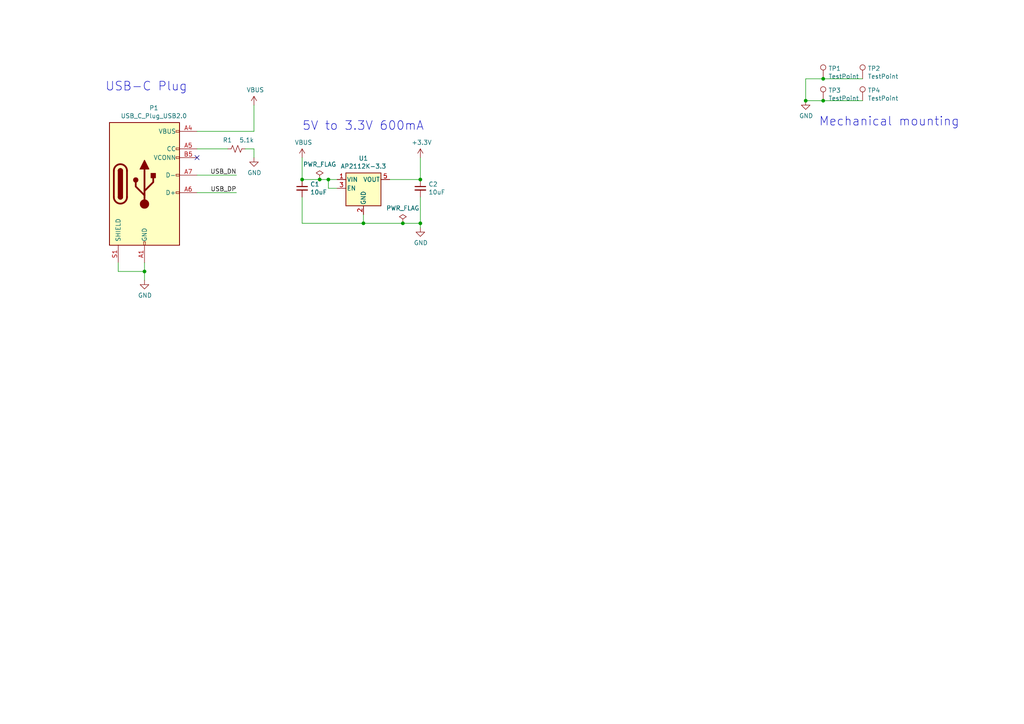
<source format=kicad_sch>
(kicad_sch (version 20211123) (generator eeschema)
  (paper "A4")
  (title_block (title "Expansion Card Template") (date "2020-12-12") (rev "X1") (company "Framework") (comment 1 "This work is licensed under a Creative Commons Attribution 4.0 International License") (comment 4 "https://frame.work"))
  (lib_symbols
    (symbol "Connector:TestPoint" (pin_numbers hide) (pin_names (offset 0.762) hide)
      (property "Reference" "TP" (at 0 6.858 0))
      (property "Value" "TestPoint" (at 0 5.08 0))
      (symbol "TestPoint_0_1"
        (circle (center 0 3.302) (radius 0.762))
      )
      (symbol "TestPoint_1_1"
        (pin passive line (at 0 0 90) (length 2.54) (name "1") (number "1"))
      )
    )
    (symbol "Connector:USB_C_Plug_USB2.0" (pin_names (offset 1.016))
      (property "Reference" "P" (at -10.16 19.05 0))
      (property "Value" "USB_C_Plug_USB2.0" (at 12.7 19.05 0))
      (symbol "USB_C_Plug_USB2.0_0_0"
        (rectangle (start -0.254 -17.78) (end 0.254 -16.764))
        (rectangle (start 10.16 -2.286) (end 9.144 -2.794))
        (rectangle (start 10.16 2.794) (end 9.144 2.286))
        (rectangle (start 10.16 7.874) (end 9.144 7.366))
        (rectangle (start 10.16 10.414) (end 9.144 9.906))
        (rectangle (start 10.16 15.494) (end 9.144 14.986))
      )
      (symbol "USB_C_Plug_USB2.0_0_1"
        (rectangle (start -10.16 17.78) (end 10.16 -17.78) (stroke (width 0.254)) (fill (type background)))
        (arc (start -8.89 -3.81) (mid -6.985 -5.715) (end -5.08 -3.81) (stroke (width 0.508)))
        (arc (start -7.62 -3.81) (mid -6.985 -4.445) (end -6.35 -3.81) (stroke (width 0.254)))
        (arc (start -7.62 -3.81) (mid -6.985 -4.445) (end -6.35 -3.81) (stroke (width 0.254)) (fill (type outline)))
        (rectangle (start -7.62 -3.81) (end -6.35 3.81) (stroke (width 0.254)) (fill (type outline)))
        (arc (start -6.35 3.81) (mid -6.985 4.445) (end -7.62 3.81) (stroke (width 0.254)))
        (arc (start -6.35 3.81) (mid -6.985 4.445) (end -7.62 3.81) (stroke (width 0.254)) (fill (type outline)))
        (arc (start -5.08 3.81) (mid -6.985 5.715) (end -8.89 3.81) (stroke (width 0.508)))
        (circle (center -2.54 1.143) (radius 0.635) (stroke (width 0.254)) (fill (type outline)))
        (circle (center 0 -5.842) (radius 1.27) (fill (type outline)))
        (polyline (pts (xy -8.89 -3.81) (xy -8.89 3.81)) (stroke (width 0.508)))
        (polyline (pts (xy -5.08 3.81) (xy -5.08 -3.81)) (stroke (width 0.508)))
        (polyline (pts (xy 0 -5.842) (xy 0 4.318)) (stroke (width 0.508)))
        (polyline (pts (xy 0 -3.302) (xy -2.54 -0.762) (xy -2.54 0.508)) (stroke (width 0.508)))
        (polyline (pts (xy 0 -2.032) (xy 2.54 0.508) (xy 2.54 1.778)) (stroke (width 0.508)))
        (polyline (pts (xy -1.27 4.318) (xy 0 6.858) (xy 1.27 4.318) (xy -1.27 4.318)) (stroke (width 0.254)) (fill (type outline)))
        (rectangle (start 1.905 1.778) (end 3.175 3.048) (stroke (width 0.254)) (fill (type outline)))
      )
      (symbol "USB_C_Plug_USB2.0_1_1"
        (pin passive line (at 0 -22.86 90) (length 5.08) (name "GND") (number "A1"))
        (pin passive line (at 0 -22.86 90) (length 5.08) hide (name "GND") (number "A12"))
        (pin passive line (at 15.24 15.24 180) (length 5.08) (name "VBUS") (number "A4"))
        (pin bidirectional line (at 15.24 10.16 180) (length 5.08) (name "CC") (number "A5"))
        (pin bidirectional line (at 15.24 -2.54 180) (length 5.08) (name "D+") (number "A6"))
        (pin bidirectional line (at 15.24 2.54 180) (length 5.08) (name "D-") (number "A7"))
        (pin passive line (at 15.24 15.24 180) (length 5.08) hide (name "VBUS") (number "A9"))
        (pin passive line (at 0 -22.86 90) (length 5.08) hide (name "GND") (number "B1"))
        (pin passive line (at 0 -22.86 90) (length 5.08) hide (name "GND") (number "B12"))
        (pin passive line (at 15.24 15.24 180) (length 5.08) hide (name "VBUS") (number "B4"))
        (pin bidirectional line (at 15.24 7.62 180) (length 5.08) (name "VCONN") (number "B5"))
        (pin passive line (at 15.24 15.24 180) (length 5.08) hide (name "VBUS") (number "B9"))
        (pin passive line (at -7.62 -22.86 90) (length 5.08) (name "SHIELD") (number "S1"))
      )
    )
    (symbol "Device:C_Small" (pin_numbers hide) (pin_names (offset 0.254) hide)
      (property "Reference" "C" (at 0.254 1.778 0))
      (property "Value" "C_Small" (at 0.254 -2.032 0))
      (symbol "C_Small_0_1"
        (polyline (pts (xy -1.524 -0.508) (xy 1.524 -0.508)) (stroke (width 0.3302)))
        (polyline (pts (xy -1.524 0.508) (xy 1.524 0.508)) (stroke (width 0.3048)))
      )
      (symbol "C_Small_1_1"
        (pin passive line (at 0 2.54 270) (length 2.032) (name "~") (number "1"))
        (pin passive line (at 0 -2.54 90) (length 2.032) (name "~") (number "2"))
      )
    )
    (symbol "Device:R_Small_US" (pin_numbers hide) (pin_names (offset 0.254) hide)
      (property "Reference" "R" (at 0.762 0.508 0))
      (property "Value" "R_Small_US" (at 0.762 -1.016 0))
      (symbol "R_Small_US_1_1"
        (polyline (pts (xy 0 0) (xy 1.016 -0.381) (xy 0 -0.762) (xy -1.016 -1.143) (xy 0 -1.524)))
        (polyline (pts (xy 0 1.524) (xy 1.016 1.143) (xy 0 0.762) (xy -1.016 0.381) (xy 0 0)))
        (pin passive line (at 0 2.54 270) (length 1.016) (name "~") (number "1"))
        (pin passive line (at 0 -2.54 90) (length 1.016) (name "~") (number "2"))
      )
    )
    (symbol "Regulator_Linear:AP2112K-3.3" (pin_names (offset 0.254))
      (property "Reference" "U" (at -5.08 5.715 0))
      (property "Value" "AP2112K-3.3" (at 0 5.715 0))
      (symbol "AP2112K-3.3_0_1"
        (rectangle (start -5.08 4.445) (end 5.08 -5.08) (stroke (width 0.254)) (fill (type background)))
      )
      (symbol "AP2112K-3.3_1_1"
        (pin power_in line (at -7.62 2.54 0) (length 2.54) (name "VIN") (number "1"))
        (pin power_in line (at 0 -7.62 90) (length 2.54) (name "GND") (number "2"))
        (pin input line (at -7.62 0 0) (length 2.54) (name "EN") (number "3"))
        (pin no_connect line (at 5.08 0 180) (length 2.54) hide (name "NC") (number "4"))
        (pin power_out line (at 7.62 2.54 180) (length 2.54) (name "VOUT") (number "5"))
      )
    )
    (symbol "power:+3.3V" (power) (pin_names (offset 0))
      (property "Value" "+3.3V" (at 0 3.556 0))
      (symbol "+3.3V_0_1"
        (polyline (pts (xy -0.762 1.27) (xy 0 2.54)))
        (polyline (pts (xy 0 0) (xy 0 2.54)))
        (polyline (pts (xy 0 2.54) (xy 0.762 1.27)))
      )
      (symbol "+3.3V_1_1"
        (pin power_in line (at 0 0 90) (length 0) hide (name "+3.3V") (number "1"))
      )
    )
    (symbol "power:GND" (power) (pin_names (offset 0))
      (property "Value" "GND" (at 0 -3.81 0))
      (symbol "GND_0_1"
        (polyline (pts (xy 0 0) (xy 0 -1.27) (xy 1.27 -1.27) (xy 0 -2.54) (xy -1.27 -1.27) (xy 0 -1.27)))
      )
      (symbol "GND_1_1"
        (pin power_in line (at 0 0 270) (length 0) hide (name "GND") (number "1"))
      )
    )
    (symbol "power:PWR_FLAG" (power) (pin_numbers hide) (pin_names (offset 0) hide)
      (property "Value" "PWR_FLAG" (at 0 3.81 0))
      (symbol "PWR_FLAG_0_0"
        (pin power_out line (at 0 0 90) (length 0) (name "pwr") (number "1"))
      )
      (symbol "PWR_FLAG_0_1"
        (polyline (pts (xy 0 0) (xy 0 1.27) (xy -1.016 1.905) (xy 0 2.54) (xy 1.016 1.905) (xy 0 1.27)))
      )
    )
    (symbol "power:VBUS" (power) (pin_names (offset 0))
      (property "Value" "VBUS" (at 0 3.81 0))
      (symbol "VBUS_0_1"
        (polyline (pts (xy -0.762 1.27) (xy 0 2.54)))
        (polyline (pts (xy 0 0) (xy 0 2.54)))
        (polyline (pts (xy 0 2.54) (xy 0.762 1.27)))
      )
      (symbol "VBUS_1_1"
        (pin power_in line (at 0 0 90) (length 0) hide (name "VBUS") (number "1"))
      )
    )
  )
  (junction (at 121.92 64.77))
  (junction (at 121.92 52.07))
  (junction (at 238.76 29.21))
  (junction (at 233.68 29.21))
  (junction (at 87.63 52.07))
  (junction (at 95.25 52.07))
  (junction (at 116.84 64.77))
  (junction (at 92.71 52.07))
  (junction (at 238.76 22.86))
  (junction (at 41.91 78.74))
  (junction (at 105.41 64.77))
  (no_connect (at 57.15 45.72))
  (wire (pts (xy 95.25 54.61) (xy 95.25 52.07)))
  (wire (pts (xy 87.63 52.07) (xy 92.71 52.07)))
  (wire (pts (xy 97.79 54.61) (xy 95.25 54.61)))
  (wire (pts (xy 238.76 29.21) (xy 233.68 29.21)))
  (wire (pts (xy 92.71 52.07) (xy 95.25 52.07)))
  (wire (pts (xy 57.15 50.8) (xy 68.58 50.8)))
  (wire (pts (xy 73.66 43.18) (xy 73.66 45.72)))
  (wire (pts (xy 87.63 64.77) (xy 105.41 64.77)))
  (wire (pts (xy 34.29 76.2) (xy 34.29 78.74)))
  (wire (pts (xy 105.41 62.23) (xy 105.41 64.77)))
  (wire (pts (xy 95.25 52.07) (xy 97.79 52.07)))
  (wire (pts (xy 57.15 38.1) (xy 73.66 38.1)))
  (wire (pts (xy 113.03 52.07) (xy 121.92 52.07)))
  (wire (pts (xy 57.15 55.88) (xy 68.58 55.88)))
  (wire (pts (xy 71.12 43.18) (xy 73.66 43.18)))
  (wire (pts (xy 57.15 43.18) (xy 66.04 43.18)))
  (wire (pts (xy 105.41 64.77) (xy 116.84 64.77)))
  (wire (pts (xy 73.66 38.1) (xy 73.66 30.48)))
  (wire (pts (xy 250.19 29.21) (xy 238.76 29.21)))
  (wire (pts (xy 41.91 78.74) (xy 41.91 76.2)))
  (wire (pts (xy 41.91 81.28) (xy 41.91 78.74)))
  (wire (pts (xy 238.76 22.86) (xy 233.68 22.86)))
  (wire (pts (xy 233.68 22.86) (xy 233.68 29.21)))
  (wire (pts (xy 116.84 64.77) (xy 121.92 64.77)))
  (wire (pts (xy 34.29 78.74) (xy 41.91 78.74)))
  (wire (pts (xy 121.92 57.15) (xy 121.92 64.77)))
  (wire (pts (xy 121.92 64.77) (xy 121.92 66.04)))
  (wire (pts (xy 87.63 45.72) (xy 87.63 52.07)))
  (wire (pts (xy 87.63 57.15) (xy 87.63 64.77)))
  (wire (pts (xy 250.19 22.86) (xy 238.76 22.86)))
  (wire (pts (xy 121.92 45.72) (xy 121.92 52.07)))
  (text "5V to 3.3V 600mA" (at 87.63 38.1 0) (effects (font (size 2.54 2.54)) (justify left bottom)))
  (text "USB-C Plug" (at 30.48 26.67 0) (effects (font (size 2.54 2.54)) (justify left bottom)))
  (text "Mechanical mounting" (at 237.49 36.83 0) (effects (font (size 2.54 2.54)) (justify left bottom)))
  (label "USB_DP" (at 68.58 55.88 180))
  (label "USB_DN" (at 68.58 50.8 180))
  (symbol (lib_id "Regulator_Linear:AP2112K-3.3") (at 105.41 54.61 0) (unit 1)
    (property "Reference" "U1" (at 105.41 45.9232 0))
    (property "Value" "AP2112K-3.3" (at 105.41 48.2346 0))
    (property "Footprint" "Package_TO_SOT_SMD:SOT-23-5" (effects hide))
    (property "Datasheet" "https://www.diodes.com/assets/Datasheets/AP2112.pdf" (effects hide))
  )
  (symbol (lib_id "Device:C_Small") (at 87.63 54.61 0) (unit 1)
    (property "Reference" "C1" (at 89.9668 53.4416 0) (effects (justify left)))
    (property "Value" "10uF" (at 89.9668 55.753 0) (effects (justify left)))
    (property "Footprint" "Capacitor_SMD:C_0805_2012Metric" (effects hide))
  )
  (symbol (lib_id "Device:C_Small") (at 121.92 54.61 0) (unit 1)
    (property "Reference" "C2" (at 124.2568 53.4416 0) (effects (justify left)))
    (property "Value" "10uF" (at 124.2568 55.753 0) (effects (justify left)))
    (property "Footprint" "Capacitor_SMD:C_0805_2012Metric" (effects hide))
  )
  (symbol (lib_id "power:+3.3V") (at 121.92 45.72 0) (unit 1)
    (property "Reference" "#PWR05" (effects hide))
    (property "Value" "+3.3V" (at 122.301 41.3258 0))
  )
  (symbol (lib_id "power:GND") (at 121.92 66.04 0) (unit 1)
    (property "Reference" "#PWR06" (effects hide))
    (property "Value" "GND" (at 122.047 70.4342 0))
  )
  (symbol (lib_id "power:VBUS") (at 87.63 45.72 0) (unit 1)
    (property "Reference" "#PWR04" (effects hide))
    (property "Value" "VBUS" (at 88.011 41.3258 0))
  )
  (symbol (lib_id "Connector:USB_C_Plug_USB2.0") (at 41.91 53.34 0) (unit 1)
    (property "Reference" "P1" (at 44.6278 31.3182 0))
    (property "Value" "USB_C_Plug_USB2.0" (at 44.6278 33.6296 0))
    (property "Footprint" "Expansion_Card:USB_C_Plug_Molex_105444" (effects hide))
    (property "Datasheet" "https://www.molex.com/pdm_docs/ps/1054440001-000.pdf" (effects hide))
  )
  (symbol (lib_id "Device:R_Small_US") (at 68.58 43.18 90) (unit 1)
    (property "Reference" "R1" (at 67.31 40.64 90) (effects (justify left)))
    (property "Value" "5.1k" (at 73.66 40.64 90) (effects (justify left)))
    (property "Footprint" "Resistor_SMD:R_0603_1608Metric" (effects hide))
  )
  (symbol (lib_id "power:GND") (at 41.91 81.28 0) (unit 1)
    (property "Reference" "#PWR01" (effects hide))
    (property "Value" "GND" (at 42.037 85.6742 0))
  )
  (symbol (lib_id "power:GND") (at 73.66 45.72 0) (unit 1)
    (property "Reference" "#PWR03" (effects hide))
    (property "Value" "GND" (at 73.787 50.1142 0))
  )
  (symbol (lib_id "power:VBUS") (at 73.66 30.48 0) (unit 1)
    (property "Reference" "#PWR02" (effects hide))
    (property "Value" "VBUS" (at 74.041 26.0858 0))
  )
  (symbol (lib_id "power:PWR_FLAG") (at 92.71 52.07 0) (unit 1)
    (property "Reference" "#FLG01" (effects hide))
    (property "Value" "PWR_FLAG" (at 92.71 47.6758 0))
  )
  (symbol (lib_id "power:PWR_FLAG") (at 116.84 64.77 0) (unit 1)
    (property "Reference" "#FLG02" (effects hide))
    (property "Value" "PWR_FLAG" (at 116.84 60.3758 0))
  )
  (symbol (lib_id "Connector:TestPoint") (at 250.19 22.86 0) (unit 1)
    (property "Reference" "TP2" (at 251.6632 19.8628 0) (effects (justify left)))
    (property "Value" "TestPoint" (at 251.6632 22.1742 0) (effects (justify left)))
    (property "Footprint" "TestPoint:TestPoint_Pad_1.5x1.5mm" (effects hide))
  )
  (symbol (lib_id "Connector:TestPoint") (at 238.76 22.86 0) (unit 1)
    (property "Reference" "TP1" (at 240.2332 19.8628 0) (effects (justify left)))
    (property "Value" "TestPoint" (at 240.2332 22.1742 0) (effects (justify left)))
    (property "Footprint" "TestPoint:TestPoint_Pad_1.5x1.5mm" (effects hide))
  )
  (symbol (lib_id "Connector:TestPoint") (at 238.76 29.21 0) (unit 1)
    (property "Reference" "TP3" (at 240.2332 26.2128 0) (effects (justify left)))
    (property "Value" "TestPoint" (at 240.2332 28.5242 0) (effects (justify left)))
    (property "Footprint" "TestPoint:TestPoint_Pad_1.5x1.5mm" (effects hide))
  )
  (symbol (lib_id "Connector:TestPoint") (at 250.19 29.21 0) (unit 1)
    (property "Reference" "TP4" (at 251.6632 26.2128 0) (effects (justify left)))
    (property "Value" "TestPoint" (at 251.6632 28.5242 0) (effects (justify left)))
    (property "Footprint" "TestPoint:TestPoint_Pad_1.5x1.5mm" (effects hide))
  )
  (symbol (lib_id "power:GND") (at 233.68 29.21 0) (unit 1)
    (property "Reference" "#PWR0101" (effects hide))
    (property "Value" "GND" (at 233.807 33.6042 0))
  )
)
</source>
